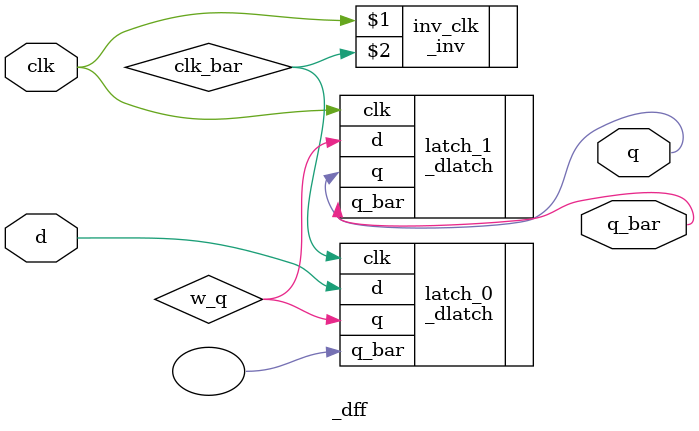
<source format=v>
module _dff(clk, d, q, q_bar);
	input clk, d;
	output q, q_bar; //set input and output
	wire clk_bar, w_q; //set wire
	
	_inv inv_clk(clk, clk_bar); //to get clk_bar
	_dlatch latch_0(.clk(clk_bar), .d(d), .q(w_q), .q_bar());
	_dlatch latch_1(.clk(clk), .d(w_q), .q(q), .q_bar(q_bar)); //connect two dlatch for dflipflop
	
endmodule

</source>
